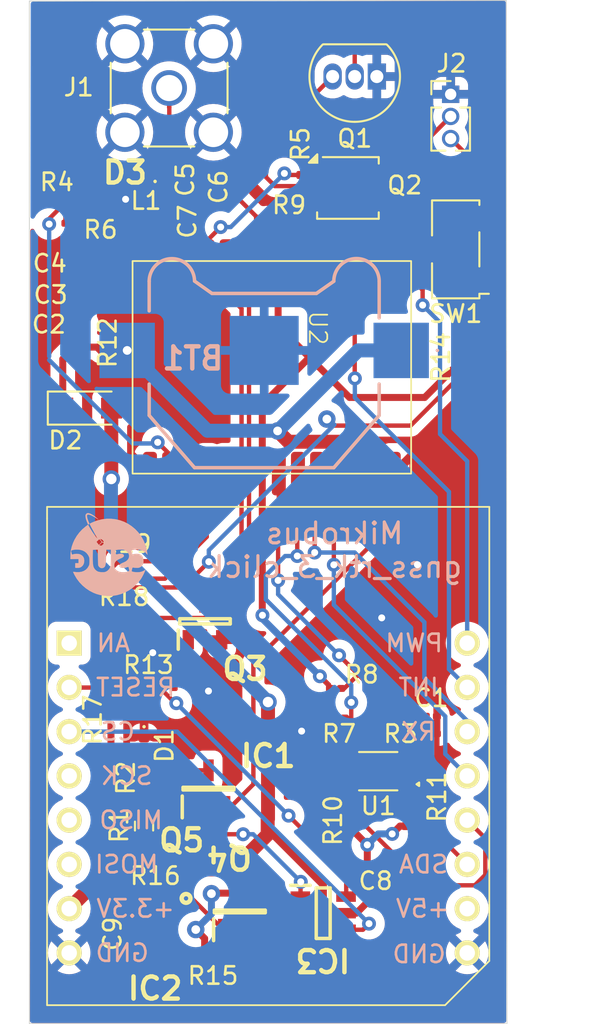
<source format=kicad_pcb>
(kicad_pcb (version 20240108) (generator "pcbnew") (generator_version "8.0")
  (title_block (title "Quectel LC29H Mikrobus V1") (date "2024-07-01") (company "(c) 2024 - Université Grenoble Alpes - Grenoble INP - LIG + CSUG") (comment 1 "Author : Jihane ZEMMOURA"))
  (layers (0 "F.Cu" signal) (31 "B.Cu" signal) (34 "B.Paste" user) (35 "F.Paste" user) (36 "B.SilkS" user "B.Silkscreen") (37 "F.SilkS" user "F.Silkscreen") (38 "B.Mask" user) (39 "F.Mask" user) (44 "Edge.Cuts" user))
  (net 0 "")
  (net 1 "GND")
  (net 2 "VCC")
  (net 5 "1PPS")
  (net 6 "TX1")
  (net 8 "CE_HOST")
  (net 9 "RX1")
  (net 10 "SCL")
  (net 11 "SDA")
  (net 13 "RST")
  (net 14 "WUP")
  (net 16 "CE")
  (net 17 "VDD_EXT")
  (net 18 "mSDA")
  (net 19 "mSCL")
  (net 20 "Net-(J1-In)")
  (net 21 "VDD_RF")
  (net 22 "VBCK")
  (net 23 "RF_IN")
  (net 24 "ANT_ON")
  (net 25 "Net-(J2-Pin_3)")
  (net 26 "Net-(J2-Pin_2)")
  (net 27 "Net-(C5-Pad1)")
  (net 28 "Net-(D1-A)")
  (net 29 "Net-(D2-K)")
  (net 30 "Net-(IC2-IO)")
  (net 34 "Net-(IC3-Y0)")
  (net 35 "Net-(Q1-B)")
  (net 36 "Net-(Q1-C)")
  (net 37 "Net-(Q2-D)")
  (net 38 "Net-(Q3-C)")
  (net 39 "Net-(Q3-B)")
  (net 40 "Net-(Q5-S)")
  (net 41 "Net-(R1-Pad2)")
  (net 42 "Net-(SW1-C)")
  (net 43 "Net-(U2-RXD2)")
  (net 44 "Net-(U2-TXD2)")
  (net 46 "Net-(SW1-B)")
  (footprint "MIKROE-924:MIKROE924" (layer "F.Cu") (at 126.093 75.221)
    (property "Reference" "IC1")
    (property "Value" "MIKROE-924" (hide yes))
  )
  (footprint "LED_SMD:LED_0402_1005Metric" (layer "F.Cu") (at 130.393 81.1085 -90)
    (property "Reference" "D1")
    (property "Value" "LED")
  )
  (footprint "Resistor_SMD:R_0201_0603Metric" (layer "F.Cu") (at 131.773 77.771)
    (property "Reference" "R13")
    (property "Value" "2.2k")
  )
  (footprint "Resistor_SMD:R_0201_0603Metric" (layer "F.Cu") (at 129.248 71.521 180)
    (property "Reference" "R18")
    (property "Value" "1k")
  )
  (footprint "DS28E36BQ+U:SON95P300X300X80-7N" (layer "F.Cu") (at 131.1295 91.747 -90)
    (property "Reference" "IC2")
    (property "Value" "DS28E36BQ+U" (hide yes))
  )
  (footprint "Diode_SMD:Nexperia_CFP3_SOD-123W" (layer "F.Cu") (at 127.1255 61.731)
    (property "Reference" "D2")
    (property "Value" "PMEG3010ER")
  )
  (footprint "Connector_PinHeader_1.27mm:PinHeader_1x03_P1.27mm_Vertical" (layer "F.Cu") (at 148.003 43.721)
    (property "Reference" "J2")
    (property "Value" "Conn_01x03_Pin")
  )
  (footprint "Capacitor_SMD:C_0201_0603Metric" (layer "F.Cu") (at 126.683 53.431 180)
    (property "Reference" "C4")
    (property "Value" "4.7u")
  )
  (footprint "Resistor_SMD:R_0201_0603Metric" (layer "F.Cu") (at 126.158 49.971)
    (property "Reference" "R4")
    (property "Value" "20k")
  )
  (footprint "Capacitor_SMD:C_0201_0603Metric" (layer "F.Cu") (at 126.728 56.931 180)
    (property "Reference" "C2")
    (property "Value" "33p")
  )
  (footprint "Package_SO:VSSOP-8_2.3x2mm_P0.5mm" (layer "F.Cu") (at 143.843 82.571 180)
    (property "Reference" "U1")
    (property "Value" "TXS0102DCU")
  )
  (footprint "Resistor_SMD:R_0201_0603Metric" (layer "F.Cu") (at 139.343 48.671 -90)
    (property "Reference" "R5")
    (property "Value" "10k")
  )
  (footprint "Resistor_SMD:R_0201_0603Metric" (layer "F.Cu") (at 126.728 58.231 180)
    (property "Reference" "R12")
    (property "Value" "1k")
  )
  (footprint "Package_SON:Diodes_PowerDI3333-8" (layer "F.Cu") (at 142.103 49.096)
    (property "Reference" "Q2")
    (property "Value" "DMP3013SFV")
  )
  (footprint "Resistor_SMD:R_0201_0603Metric" (layer "F.Cu") (at 134.193 93.221 180)
    (property "Reference" "R15")
    (property "Value" "3.3k")
  )
  (footprint "Capacitor_SMD:C_0201_0603Metric" (layer "F.Cu") (at 135.713 49.041 90)
    (property "Reference" "C6")
    (property "Value" "100p")
  )
  (footprint "Capacitor_SMD:C_0201_0603Metric" (layer "F.Cu") (at 131.833 51.026 -90)
    (property "Reference" "C7")
    (property "Value" "100p")
  )
  (footprint "Capacitor_SMD:C_0201_0603Metric" (layer "F.Cu") (at 126.728 55.231 180)
    (property "Reference" "C3")
    (property "Value" "100n")
  )
  (footprint "Resistor_SMD:R_0201_0603Metric" (layer "F.Cu") (at 148.493 58.821 90)
    (property "Reference" "R14")
    (property "Value" "39k")
  )
  (footprint "Capacitor_SMD:C_0201_0603Metric" (layer "F.Cu") (at 128.593 90.176 -90)
    (property "Reference" "C9")
    (property "Value" "0.47u")
  )
  (footprint "Button_Switch_SMD:Nidec_Copal_CAS-120A" (layer "F.Cu") (at 148.293 52.621 180)
    (property "Reference" "SW1")
    (property "Value" "SW_Nidec_CAS-120A1")
  )
  (footprint "Resistor_SMD:R_0201_0603Metric" (layer "F.Cu") (at 132.993 88.901 -90)
    (property "Reference" "R16")
    (property "Value" "1k")
  )
  (footprint "Resistor_SMD:R_0201_0603Metric" (layer "F.Cu") (at 146.893 80.421)
    (property "Reference" "R3")
    (property "Value" "120k")
  )
  (footprint "ESDARF02-1BU2CK:ESDARF021BU2CK" (layer "F.Cu") (at 131.627 48.721)
    (property "Reference" "D3")
    (property "Value" "ESDARF02-1BU2CK" (hide yes))
  )
  (footprint "Resistor_SMD:R_0201_0603Metric" (layer "F.Cu") (at 142.293 85.401 90)
    (property "Reference" "R10")
    (property "Value" "4.7k")
  )
  (footprint "Inductor_SMD:L_0201_0603Metric" (layer "F.Cu") (at 132.153 49.831 180)
    (property "Reference" "L1")
    (property "Value" "68n")
  )
  (footprint "Resistor_SMD:R_0201_0603Metric" (layer "F.Cu") (at 129.248 70.521 180)
    (property "Reference" "R19")
    (property "Value" "1k")
  )
  (footprint "Resistor_SMD:R_0201_0603Metric" (layer "F.Cu") (at 130.393 82.9585 90)
    (property "Reference" "R2")
    (property "Value" "470")
  )
  (footprint "Resistor_SMD:R_0603_1608Metric_Pad0.98x0.95mm_HandSolder" (layer "F.Cu") (at 130.393 85.721 90)
    (property "Reference" "R1")
    (property "Value" "0")
  )
  (footprint "Resistor_SMD:R_0201_0603Metric" (layer "F.Cu") (at 128.493 79.621 90)
    (property "Reference" "R17")
    (property "Value" "10k")
  )
  (footprint "Resistor_SMD:R_0201_0603Metric" (layer "F.Cu") (at 126.198 51.121)
    (property "Reference" "R6")
    (property "Value" "2k")
  )
  (footprint "Connector_Coaxial:SMA_Amphenol_901-144_Vertical" (layer "F.Cu") (at 131.833 43.361)
    (property "Reference" "J1")
    (property "Value" "Conn_Coaxial")
  )
  (footprint "Resistor_SMD:R_0201_0603Metric" (layer "F.Cu") (at 145.393 85.401 90)
    (property "Reference" "R11")
    (property "Value" "4.7k")
  )
  (footprint "Resistor_SMD:R_0201_0603Metric" (layer "F.Cu") (at 141.393 77.821)
    (property "Reference" "R8")
    (property "Value" "4.7k")
  )
  (footprint "Capacitor_SMD:C_0201_0603Metric" (layer "F.Cu") (at 133.603 49.046 90)
    (property "Reference" "C5")
    (property "Value" "100n")
  )
  (footprint "Capacitor_SMD:C_0201_0603Metric" (layer "F.Cu") (at 146.893 79.421)
    (property "Reference" "C1")
    (property "Value" "100n")
  )
  (footprint "74LVC1G3157GV_125:SOP95P275X110-6N" (layer "F.Cu") (at 140.683 90.721)
    (property "Reference" "IC3")
    (property "Value" "74LVC1G3157GV,125" (hide yes))
  )
  (footprint "Resistor_SMD:R_0201_0603Metric" (layer "F.Cu") (at 141.593 79.521)
    (property "Reference" "R7")
    (property "Value" "4.7k")
  )
  (footprint "Resistor_SMD:R_0201_0603Metric" (layer "F.Cu") (at 137.253 50.831 180)
    (property "Reference" "R9")
    (property "Value" "10")
  )
  (footprint "LC29H:LC29HEA" (layer "F.Cu") (at 137.733 59.391 -90)
    (property "Reference" "U2")
    (property "Value" "LC29H")
  )
  (footprint "Package_TO_SOT_THT:TO-92_Inline" (layer "F.Cu") (at 143.763 42.701 180)
    (property "Reference" "Q1")
    (property "Value" "PN2222A")
  )
  (footprint "BSS123L:SOT96P237X111-3N" (layer "F.Cu") (at 135.893 90.621 90)
    (property "Reference" "Q4")
    (property "Value" "BSS123L" (hide yes))
  )
  (footprint "BSS123L:SOT96P237X111-3N" (layer "F.Cu") (at 134.093 83.571 90)
    (property "Reference" "Q5")
    (property "Value" "BSS123L" (hide yes))
  )
  (footprint "BC856B-13-F:SOT96P240X110-3N" (layer "F.Cu") (at 133.893 73.971 90)
    (property "Reference" "Q3")
    (property "Value" "BC856B-13-F" (hide yes))
  )
  (footprint "Capacitor_SMD:C_0201_0603Metric" (layer "F.Cu") (at 143.693 89.921)
    (property "Reference" "C8")
    (property "Value" "100n")
  )
  (footprint "Logos-image:Image-Csug_6x6" (layer "B.Cu") (at 128.379 70.141 180)
    (property "Reference" "G***" (hide yes))
    (property "Value" "LOGO" (hide yes))
  )
  (footprint "3000TR:3000TR" (layer "B.Cu") (at 137.293 59.145 180)
    (property "Reference" "BT1")
    (property "Value" "3000TR" (hide yes))
  )
  (gr_line (start 151.1995 38.3335) (end 123.8065 38.3685) (stroke (width 0.05)) (layer "Edge.Cuts"))
  (gr_line (start 151.239 97.065) (end 151.1995 38.3335) (stroke (width 0.05)) (layer "Edge.Cuts"))
  (gr_line (start 123.8065 38.3685) (end 123.807 97.065) (stroke (width 0.05)) (layer "Edge.Cuts"))
  (gr_line (start 123.807 97.065) (end 151.239 97.065) (stroke (width 0.05)) (layer "Edge.Cuts"))
  (gr_text "GND" (at 146.193 93.071 0) (layer "B.SilkS") (effects (font (size 1 1)) (justify mirror)))
  (gr_text "CS" (at 128.887 80.301 0) (layer "B.SilkS") (effects (font (size 1 1)) (justify mirror)))
  (gr_text "PWM" (at 145.905 75.221 0) (layer "B.SilkS") (effects (font (size 1 1)) (justify mirror)))
  (gr_text "INT" (at 146.159 77.761 0) (layer "B.SilkS") (effects (font (size 1 1)) (justify mirror)))
  (gr_text "MISO" (at 129.649 85.381 0) (layer "B.SilkS") (effects (font (size 1 1)) (justify mirror)))
  (gr_text "MOSI" (at 129.395 87.921 0) (layer "B.SilkS") (effects (font (size 1 1)) (justify mirror)))
  (gr_text "AN" (at 128.633 75.221 0) (layer "B.SilkS") (effects (font (size 1 1)) (justify mirror)))
  (gr_text "+5V" (at 146.393 90.461 0) (layer "B.SilkS") (effects (font (size 1 1)) (justify mirror)))
  (gr_text "SCK" (at 129.395 82.841 0) (layer "B.SilkS") (effects (font (size 1 1)) (justify mirror)))
  (gr_text "RX" (at 146.159 80.301 0) (layer "B.SilkS") (effects (font (size 1 1)) (justify mirror)))
  (gr_text "Mikrobus\ngnss_rtk_3_click" (at 141.333 69.887 0) (layer "B.SilkS") (effects (font (size 1.2 1.2) (thickness 0.18)) (justify mirror)))
  (gr_text "GND" (at 129.141 93.001 0) (layer "B.SilkS") (effects (font (size 1 1)) (justify mirror)))
  (gr_text "RESET" (at 129.903 77.761 0) (layer "B.SilkS") (effects (font (size 1 1)) (justify mirror)))
  (gr_text "SDA" (at 146.443 87.921 0) (layer "B.SilkS") (effects (font (size 1 1)) (justify mirror)))
  (gr_text "+3.3V" (at 129.903 90.461 0) (layer "B.SilkS") (effects (font (size 1 1)) (justify mirror)))
  (segment (start 147.213 80.421) (end 147.213 79.421) (width 0.4) (layer "F.Cu") (net 1))
  (segment (start 132.943 53.346) (end 132.943 55.796) (width 0.4) (layer "F.Cu") (net 1))
  (segment (start 140.693 91.421) (end 140.693 92.171) (width 0.4) (layer "F.Cu") (net 1))
  (segment (start 134.413 48.341) (end 134 48.341) (width 0.2) (layer "F.Cu") (net 1))
  (segment (start 134 48.341) (end 133.613 48.728) (width 0.2) (layer "F.Cu") (net 1))
  (segment (start 146.443 82.821) (end 145.393 82.821) (width 0.3) (layer "F.Cu") (net 1))
  (segment (start 126.408 56.931) (end 125.778 56.931) (width 0.4) (layer "F.Cu") (net 1))
  (segment (start 147.213 80.421) (end 147.213 82.051) (width 0.3) (layer "F.Cu") (net 1))
  (segment (start 131.36 48.711) (end 130.626 48.711) (width 0.2) (layer "F.Cu") (net 1))
  (segment (start 144.013 89.921) (end 144.693 89.921) (width 0.4) (layer "F.Cu") (net 1))
  (segment (start 130.1795 90.797) (end 131.1295 91.747) (width 0.4) (layer "F.Cu") (net 1))
  (segment (start 130.1795 90.247) (end 130.1795 90.797) (width 0.4) (layer "F.Cu") (net 1))
  (segment (start 135.723 48.201) (end 135.723 48.718) (width 0.2) (layer "F.Cu") (net 1))
  (segment (start 147.213 79.421) (end 147.213 78.641) (width 0.4) (layer "F.Cu") (net 1))
  (segment (start 147.213 78.641) (end 147.193 78.621) (width 0.4) (layer "F.Cu") (net 1))
  (segment (start 147.213 82.051) (end 146.443 82.821) (width 0.3) (layer "F.Cu") (net 1))
  (segment (start 139.983 90.721) (end 140.683 91.421) (width 0.4) (layer "F.Cu") (net 1))
  (segment (start 139.381 90.721) (end 139.993 90.721) (width 0.4) (layer "F.Cu") (net 1))
  (segment (start 126.408 55.231) (end 125.728 55.231) (width 0.4) (layer "F.Cu") (net 1))
  (via (at 130.893 75.771) (size 0.8) (drill 0.4) (layers "F.Cu" "B.Cu") (net 1))
  (via (at 146.093 70.721) (size 0.8) (drill 0.4) (layers "F.Cu" "B.Cu") (net 1))
  (via (at 144.043 73.771) (size 0.8) (drill 0.4) (layers "F.Cu" "B.Cu") (net 1))
  (via (at 129.333 49.746) (size 0.8) (drill 0.4) (layers "F.Cu" "B.Cu") (net 1))
  (via (at 134.093 77.971) (size 0.8) (drill 0.4) (layers "F.Cu" "B.Cu") (net 1))
  (via (at 139.443 80.271) (size 0.8) (drill 0.4) (layers "F.Cu" "B.Cu") (net 1))
  (segment (start 137.513 85.301) (end 137.493 85.321) (width 0.8) (layer "F.Cu") (net 2))
  (segment (start 135.893 89.571) (end 134.293 89.571) (width 0.4) (layer "F.Cu") (net 2))
  (segment (start 131.903 85.1235) (end 130.393 86.6335) (width 0.25) (layer "F.Cu") (net 2))
  (segment (start 126.093 90.461) (end 128.343 88.211) (width 0.8) (layer "F.Cu") (net 2))
  (segment (start 142.293 85.721) (end 142.092116 85.721) (width 0.3) (layer "F.Cu") (net 2))
  (segment (start 133.193 93.247) (end 132.0795 93.247) (width 0.4) (layer "F.Cu") (net 2))
  (segment (start 128.343 88.211) (end 130.393 88.211) (width 0.8) (layer "F.Cu") (net 2))
  (segment (start 141.293 83.111) (end 141.583 82.821) (width 0.3) (layer "F.Cu") (net 2))
  (segment (start 143.214488 86.799511) (end 143.293 86.878023) (width 0.4) (layer "F.Cu") (net 2))
  (segment (start 143.214488 86.799511) (end 142.293 85.878023) (width 0.4) (layer "F.Cu") (net 2))
  (segment (start 137.493 85.321) (end 137.493 86.206) (width 0.8) (layer "F.Cu") (net 2))
  (segment (start 143.214488 86.799511) (end 143.214488 89.762488) (width 0.4) (layer "F.Cu") (net 2))
  (segment (start 130.393 86.6335) (end 130.393 88.211) (width 0.8) (layer "F.Cu") (net 2))
  (segment (start 144.643 86.171) (end 145.093 85.721) (width 0.4) (layer "F.Cu") (net 2))
  (segment (start 128.593 88.461) (end 129.093 87.961) (width 0.25) (layer "F.Cu") (net 2))
  (segment (start 142.589913 90.721) (end 141.2925 90.721) (width 0.4) (layer "F.Cu") (net 2))
  (segment (start 145.093 85.721) (end 145.393 85.721) (width 0.4) (layer "F.Cu") (net 2))
  (segment (start 133.873 93.221) (end 133.847 93.247) (width 0.4) (layer "F.Cu") (net 2))
  (segment (start 137.513 78.601) (end 137.513 85.301) (width 0.8) (layer "F.Cu") (net 2))
  (segment (start 128.513 61.7435) (end 128.5255 61.731) (width 0.8) (layer "F.Cu") (net 2))
  (segment (start 133.363 91.661) (end 133.873 92.171) (width 0.4) (layer "F.Cu") (net 2))
  (segment (start 141.2925 90.721) (end 140.693 90.1215) (width 0.4) (layer "F.Cu") (net 2))
  (segment (start 134.293 89.571) (end 134.263 89.601) (width 0.8) (layer "F.Cu") (net 2))
  (segment (start 141.293 84.921884) (end 141.293 83.111) (width 0.3) (layer "F.Cu") (net 2))
  (segment (start 140.693 89.117913) (end 137.781087 86.206) (width 0.4) (layer "F.Cu") (net 2))
  (segment (start 143.293 90.017913) (end 142.589913 90.721) (width 0.4) (layer "F.Cu") (net 2))
  (segment (start 128.513 65.801) (end 128.513 61.7435) (width 0.8) (layer "F.Cu") (net 2))
  (segment (start 131.903 83.551) (end 131.903 85.1235) (width 0.25) (layer "F.Cu") (net 2))
  (segment (start 133.873 92.171) (end 133.873 93.221) (width 0.4) (layer "F.Cu") (net 2))
  (segment (start 135.893 89.571) (end 135.893 88.616) (width 0.4) (layer "F.Cu") (net 2))
  (segment (start 128.593 88.461) (end 128.343 88.211) (width 0.25) (layer "F.Cu") (net 2))
  (segment (start 132.933 82.521) (end 134.093 82.521) (width 0.25) (layer "F.Cu") (net 2))
  (segment (start 128.593 88.621) (end 128.593 88.461) (width 0.25) (layer "F.Cu") (net 2))
  (segment (start 137.781087 86.206) (end 137.493 86.206) (width 0.4) (layer "F.Cu") (net 2))
  (segment (start 143.214488 89.762488) (end 143.373 89.921) (width 0.4) (layer "F.Cu") (net 2))
  (segment (start 137.493 86.206) (end 135.488 88.211) (width 0.8) (layer "F.Cu") (net 2))
  (segment (start 128.493 87.961) (end 128.493 79.941) (width 0.4) (layer "F.Cu") (net 2))
  (segment (start 130.393 88.211) (end 135.488 88.211) (width 0.8) (layer "F.Cu") (net 2))
  (segment (start 129.093 87.961) (end 128.493 87.961) (width 0.4) (layer "F.Cu") (net 2))
  (segment (start 131.903 83.551) (end 132.933 82.521) (width 0.25) (layer "F.Cu") (net 2))
  (segment (start 135.893 88.616) (end 135.488 88.211) (width 0.4) (layer "F.Cu") (net 2))
  (segment (start 141.583 82.821) (end 142.293 82.821) (width 0.3) (layer "F.Cu") (net 2))
  (segment (start 142.092116 85.721) (end 141.293 84.921884) (width 0.3) (layer "F.Cu") (net 2))
  (segment (start 128.593 89.771) (end 128.593 88.621) (width 0.4) (layer "F.Cu") (net 2))
  (segment (start 133.847 93.247) (end 133.193 93.247) (width 0.4) (layer "F.Cu") (net 2))
  (segment (start 142.293 85.878023) (end 142.293 85.721) (width 0.4) (layer "F.Cu") (net 2))
  (segment (start 140.693 90.1215) (end 140.693 89.117913) (width 0.4) (layer "F.Cu") (net 2))
  (via (at 128.513 65.801) (size 1) (drill 0.6) (layers "F.Cu" "B.Cu") (net 2))
  (via (at 133.363 91.661) (size 1) (drill 0.5) (layers "F.Cu" "B.Cu") (net 2))
  (via (at 137.513 78.601) (size 1) (drill 0.6) (layers "F.Cu" "B.Cu") (net 2))
  (via (at 134.263 89.601) (size 1) (drill 0.5) (layers "F.Cu" "B.Cu") (net 2))
  (via (at 143.214488 86.799511) (size 0.8) (drill 0.4) (layers "F.Cu" "B.Cu") (net 2))
  (via (at 144.643 86.171) (size 0.8) (drill 0.4) (layers "F.Cu" "B.Cu") (net 2))
  (segment (start 128.493 65.821) (end 128.513 65.801) (width 0.8) (layer "B.Cu") (net 2))
  (segment (start 137.513 78.601) (end 128.493 69.581) (width 0.8) (layer "B.Cu") (net 2))
  (segment (start 134.263 89.601) (end 134.263 90.761) (width 0.4) (layer "B.Cu") (net 2))
  (segment (start 144.643 86.171) (end 143.842999 86.171) (width 0.4) (layer "B.Cu") (net 2))
  (segment (start 134.263 90.761) (end 133.363 91.661) (width 0.4) (layer "B.Cu") (net 2))
  (segment (start 143.842999 86.171) (end 143.214488 86.799511) (width 0.4) (layer "B.Cu") (net 2))
  (segment (start 128.493 69.581) (end 128.493 65.821) (width 0.8) (layer "B.Cu") (net 2))
  (segment (start 142.533 55.181) (end 142.533 53.291) (width 0.25) (layer "F.Cu") (net 5))
  (segment (start 142.500107 60.028107) (end 142.493 60.021) (width 0.25) (layer "F.Cu") (net 5))
  (segment (start 142.493 60.021) (end 142.493 55.221) (width 0.25) (layer "F.Cu") (net 5))
  (segment (start 142.493 55.221) (end 142.533 55.181) (width 0.25) (layer "F.Cu") (net 5))
  (via (at 142.500107 60.028107) (size 0.8) (drill 0.4) (layers "F.Cu" "B.Cu") (net 5))
  (segment (start 142.500107 60.028107) (end 142.500107 61.128107) (width 0.25) (layer "B.Cu") (net 5))
  (segment (start 142.500107 61.128107) (end 147.9055 66.5335) (width 0.25) (layer "B.Cu") (net 5))
  (segment (start 147.9055 76.7135) (end 148.953 77.761) (width 0.25) (layer "B.Cu") (net 5))
  (segment (start 147.9055 66.5335) (end 147.9055 76.7135) (width 0.25) (layer "B.Cu") (net 5))
  (segment (start 140.193 65.826) (end 140.333 65.826) (width 0.25) (layer "F.Cu") (net 6))
  (segment (start 140.193 70.021) (end 140.193 65.826) (width 0.25) (layer "F.Cu") (net 6))
  (via (at 140.193 70.021) (size 0.8) (drill 0.4) (layers "F.Cu" "B.Cu") (net 6))
  (segment (start 142.493 70.021) (end 146.493 74.021) (width 0.25) (layer "B.Cu") (net 6))
  (segment (start 146.493 74.021) (end 146.493 77.221) (width 0.25) (layer "B.Cu") (net 6))
  (segment (start 148.953 79.681) (end 148.953 80.301) (width 0.25) (layer "B.Cu") (net 6))
  (segment (start 140.193 70.021) (end 142.493 70.021) (width 0.25) (layer "B.Cu") (net 6))
  (segment (start 146.493 77.221) (end 148.953 79.681) (width 0.25) (layer "B.Cu") (net 6))
  (segment (start 142.963 91.671) (end 142.005 91.671) (width 0.25) (layer "F.Cu") (net 8))
  (segment (start 143.313 91.321) (end 142.963 91.671) (width 0.25) (layer "F.Cu") (net 8))
  (via (at 143.313 91.321) (size 0.8) (drill 0.4) (layers "F.Cu" "B.Cu") (net 8))
  (segment (start 132.293 80.301) (end 126.093 80.301) (width 0.25) (layer "B.Cu") (net 8))
  (segment (start 143.313 91.321) (end 132.293 80.301) (width 0.25) (layer "B.Cu") (net 8))
  (segment (start 141.293 70.726) (end 141.293 65.831108) (width 0.25) (layer "F.Cu") (net 9))
  (via (at 141.293 70.726) (size 0.8) (drill 0.4) (layers "F.Cu" "B.Cu") (net 9))
  (segment (start 147.693 81.581) (end 148.953 82.841) (width 0.25) (layer "B.Cu") (net 9))
  (segment (start 141.293 70.726) (end 141.293 73.021) (width 0.25) (layer "B.Cu") (net 9))
  (segment (start 141.293 73.021) (end 147.693 79.421) (width 0.25) (layer "B.Cu") (net 9))
  (segment (start 147.693 79.421) (end 147.693 81.581) (width 0.25) (layer "B.Cu") (net 9))
  (segment (start 142.492999 85.081) (end 146.532999 89.121) (width 0.25) (layer "F.Cu") (net 10))
  (segment (start 149.393 89.121) (end 149.993 88.521) (width 0.25) (layer "F.Cu") (net 10))
  (segment (start 142.293 83.321) (end 142.293 85.081) (width 0.25) (layer "F.Cu") (net 10))
  (segment (start 142.293 85.081) (end 142.492999 85.081) (width 0.25) (layer "F.Cu") (net 10))
  (segment (start 146.532999 89.121) (end 149.393 89.121) (width 0.25) (layer "F.Cu") (net 10))
  (segment (start 149.993 86.421) (end 148.953 85.381) (width 0.25) (layer "F.Cu") (net 10))
  (segment (start 149.993 88.521) (end 149.993 86.421) (width 0.25) (layer "F.Cu") (net 10))
  (segment (start 145.393 85.081) (end 146.113 85.081) (width 0.25) (layer "F.Cu") (net 11))
  (segment (start 145.393 83.321) (end 145.393 85.081) (width 0.25) (layer "F.Cu") (net 11))
  (segment (start 146.113 85.081) (end 148.953 87.921) (width 0.25) (layer "F.Cu") (net 11))
  (segment (start 132.183416 78.666944) (end 131.453 77.936528) (width 0.25) (layer "F.Cu") (net 13))
  (segment (start 132.247056 78.666944) (end 132.183416 78.666944) (width 0.25) (layer "F.Cu") (net 13))
  (segment (start 131.453 77.771) (end 129.093 77.771) (width 0.25) (layer "F.Cu") (net 13))
  (segment (start 138.693 85.121) (end 142.005 88.433) (width 0.25) (layer "F.Cu") (net 13))
  (segment (start 131.453 77.936528) (end 131.453 77.771) (width 0.25) (layer "F.Cu") (net 13))
  (segment (start 142.005 88.433) (end 142.005 89.771) (width 0.25) (layer "F.Cu") (net 13))
  (segment (start 128.493 79.301) (end 128.493 77.771) (width 0.25) (layer "F.Cu") (net 13))
  (segment (start 128.493 77.771) (end 129.093 77.771) (width 0.25) (layer "F.Cu") (net 13))
  (segment (start 129.093 77.771) (end 126.103 77.771) (width 0.25) (layer "F.Cu") (net 13))
  (via (at 132.247056 78.666944) (size 0.8) (drill 0.4) (layers "F.Cu" "B.Cu") (net 13))
  (via (at 138.693 85.121) (size 0.8) (drill 0.4) (layers "F.Cu" "B.Cu") (net 13))
  (segment (start 138.693 85.112888) (end 132.247056 78.666944) (width 0.25) (layer "B.Cu") (net 13))
  (segment (start 138.693 85.121) (end 138.693 85.112888) (width 0.25) (layer "B.Cu") (net 13))
  (segment (start 146.393 55.821) (end 146.393 54.951) (width 0.25) (layer "F.Cu") (net 14))
  (segment (start 146.393 54.951) (end 144.733 53.291) (width 0.25) (layer "F.Cu") (net 14))
  (via (at 146.393 55.821) (size 0.8) (drill 0.4) (layers "F.Cu" "B.Cu") (net 14))
  (segment (start 148.953 64.781) (end 148.953 75.221) (width 0.25) (layer "B.Cu") (net 14))
  (segment (start 147.393 56.821) (end 147.393 63.221) (width 0.25) (layer "B.Cu") (net 14))
  (segment (start 147.393 63.221) (end 148.953 64.781) (width 0.25) (layer "B.Cu") (net 14))
  (segment (start 146.393 55.821) (end 147.393 56.821) (width 0.25) (layer "B.Cu") (net 14))
  (segment (start 136.083 86.191) (end 134.708 86.191) (width 0.25) (layer "F.Cu") (net 16))
  (segment (start 134.708 86.191) (end 133.138 84.621) (width 0.25) (layer "F.Cu") (net 16))
  (segment (start 139.381 88.933) (end 139.393 88.921) (width 0.25) (layer "F.Cu") (net 16))
  (segment (start 139.381 89.771) (end 139.381 88.933) (width 0.25) (layer "F.Cu") (net 16))
  (via (at 136.083 86.191) (size 0.8) (drill 0.4) (layers "F.Cu" "B.Cu") (net 16))
  (via (at 139.393 88.921) (size 0.8) (drill 0.4) (layers "F.Cu" "B.Cu") (net 16))
  (segment (start 139.393 88.921) (end 139.393 88.821) (width 0.25) (layer "B.Cu") (net 16))
  (segment (start 136.663 86.191) (end 136.083 86.191) (width 0.25) (layer "B.Cu") (net 16))
  (segment (start 139.393 88.921) (end 136.663 86.191) (width 0.25) (layer "B.Cu") (net 16))
  (segment (start 139.893 58.821) (end 142.193 61.121) (width 0.4) (layer "F.Cu") (net 17))
  (segment (start 141.273 79.521) (end 140.993 79.521) (width 0.25) (layer "F.Cu") (net 17))
  (segment (start 145.393 82.321) (end 146.053 82.321) (width 0.25) (layer "F.Cu") (net 17))
  (segment (start 146.053 82.321) (end 146.573 81.801) (width 0.25) (layer "F.Cu") (net 17))
  (segment (start 137.193 73.621) (end 137.183458 73.611458) (width 0.4) (layer "F.Cu") (net 17))
  (segment (start 141.493 82.321) (end 140.993 81.821) (width 0.3) (layer "F.Cu") (net 17))
  (segment (start 140.993 81.821) (end 140.993 79.521) (width 0.3) (layer "F.Cu") (net 17))
  (segment (start 146.513 61.121) (end 148.493 59.141) (width 0.4) (layer "F.Cu") (net 17))
  (segment (start 138.093 55.121) (end 138.133 55.081) (width 0.4) (layer "F.Cu") (net 17))
  (segment (start 138.133 55.081) (end 138.133 53.291) (width 0.4) (layer "F.Cu") (net 17))
  (segment (start 138.093 55.121) (end 138.093 57.021) (width 0.4) (layer "F.Cu") (net 17))
  (segment (start 142.293 82.321) (end 145.393 82.321) (width 0.25) (layer "F.Cu") (net 17))
  (segment (start 137.183458 73.611458) (end 137.183458 61.530542) (width 0.4) (layer "F.Cu") (net 17))
  (segment (start 140.493 77.121) (end 140.993 77.621) (width 0.3) (layer "F.Cu") (net 17))
  (segment (start 146.573 81.801) (end 146.573 79.421) (width 0.25) (layer "F.Cu") (net 17))
  (segment (start 138.093 57.021) (end 139.893 58.821) (width 0.4) (layer "F.Cu") (net 17))
  (segment (start 142.293 82.321) (end 141.493 82.321) (width 0.3) (layer "F.Cu") (net 17))
  (segment (start 142.193 61.121) (end 146.513 61.121) (width 0.4) (layer "F.Cu") (net 17))
  (segment (start 137.183458 61.530542) (end 139.893 58.821) (width 0.4) (layer "F.Cu") (net 17))
  (segment (start 140.993 77.621) (end 140.993 79.521) (width 0.3) (layer "F.Cu") (net 17))
  (via (at 137.193 73.621) (size 0.8) (drill 0.4) (layers "F.Cu" "B.Cu") (net 17))
  (via (at 140.493 77.121) (size 0.8) (drill 0.4) (layers "F.Cu" "B.Cu") (net 17))
  (segment (start 140.493 77.121) (end 137.193 73.821) (width 0.4) (layer "B.Cu") (net 17))
  (segment (start 137.193 73.821) (end 137.193 73.621) (width 0.4) (layer "B.Cu") (net 17))
  (segment (start 138.093 67.321) (end 138.133 67.281) (width 0.25) (layer "F.Cu") (net 18))
  (segment (start 142.693 77.021) (end 142.793 77.121) (width 0.25) (layer "F.Cu") (net 18))
  (segment (start 141.713 77.821) (end 141.893 77.821) (width 0.25) (layer "F.Cu") (net 18))
  (segment (start 138.093 71.621) (end 138.093 67.321) (width 0.25) (layer "F.Cu") (net 18))
  (segment (start 141.893 77.821) (end 142.693 77.021) (width 0.25) (layer "F.Cu") (net 18))
  (segment (start 145.393 79.721) (end 145.393 81.821) (width 0.25) (layer "F.Cu") (net 18))
  (segment (start 138.133 67.281) (end 138.133 65.491) (width 0.25) (layer "F.Cu") (net 18))
  (segment (start 141.593 75.921) (end 142.793 77.121) (width 0.25) (layer "F.Cu") (net 18))
  (segment (start 142.793 77.121) (end 145.393 79.721) (width 0.25) (layer "F.Cu") (net 18))
  (via (at 141.593 75.921) (size 0.8) (drill 0.4) (layers "F.Cu" "B.Cu") (net 18))
  (via (at 138.093 71.621) (size 0.8) (drill 0.4) (layers "F.Cu" "B.Cu") (net 18))
  (segment (start 141.593 75.921) (end 138.093 72.421) (width 0.25) (layer "B.Cu") (net 18))
  (segment (start 138.093 72.421) (end 138.093 71.621) (width 0.25) (layer "B.Cu") (net 18))
  (segment (start 141.913 79.521) (end 142.293 79.521) (width 0.25) (layer "F.Cu") (net 19))
  (segment (start 142.293 78.621) (end 142.293 79.521) (width 0.25) (layer "F.Cu") (net 19))
  (segment (start 139.233 67.281) (end 139.233 65.491) (width 0.25) (layer "F.Cu") (net 19))
  (segment (start 142.293 81.821) (end 142.293 79.521) (width 0.25) (layer "F.Cu") (net 19))
  (segment (start 139.193 70.221) (end 139.193 67.321) (width 0.25) (layer "F.Cu") (net 19))
  (segment (start 139.193 67.321) (end 139.233 67.281) (width 0.25) (layer "F.Cu") (net 19))
  (via (at 142.293 78.621) (size 0.8) (drill 0.4) (layers "F.Cu" "B.Cu") (net 19))
  (via (at 139.193 70.221) (size 0.8) (drill 0.4) (layers "F.Cu" "B.Cu") (net 19))
  (segment (start 137.388 71.328979) (end 138.495979 70.221) (width 0.25) (layer "B.Cu") (net 19))
  (segment (start 142.293 77.621) (end 137.388 72.716) (width 0.25) (layer "B.Cu") (net 19))
  (segment (start 138.495979 70.221) (end 139.193 70.221) (width 0.25) (layer "B.Cu") (net 19))
  (segment (start 142.293 78.621) (end 142.293 77.621) (width 0.25) (layer "B.Cu") (net 19))
  (segment (start 137.388 72.716) (end 137.388 71.328979) (width 0.25) (layer "B.Cu") (net 19))
  (segment (start 131.833 43.361) (end 131.833 44.461) (width 0.25) (layer "F.Cu") (net 20))
  (segment (start 131.833 44.461) (end 131.843 44.471) (width 0.25) (layer "F.Cu") (net 20))
  (segment (start 131.746 43.628) (end 131.793 43.581) (width 0.25) (layer "F.Cu") (net 20))
  (segment (start 131.843 48.714) (end 131.836 48.721) (width 0.25) (layer "F.Cu") (net 20))
  (segment (start 131.746 44.074) (end 131.733 44.061) (width 0.25) (layer "F.Cu") (net 20))
  (segment (start 131.836 49.828) (end 131.836 48.721) (width 0.25) (layer "F.Cu") (net 20))
  (segment (start 131.843 44.471) (end 131.843 48.714) (width 0.25) (layer "F.Cu") (net 20))
  (segment (start 131.833 50.706) (end 131.833 49.831) (width 0.25) (layer "F.Cu") (net 20))
  (segment (start 131.833 49.831) (end 131.836 49.828) (width 0.25) (layer "F.Cu") (net 20))
  (segment (start 131.843 43.841) (end 131.843 44.471) (width 0.25) (layer "F.Cu") (net 20))
  (segment (start 140.603 49.421) (end 140.603 48.771) (width 0.25) (layer "F.Cu") (net 21))
  (segment (start 140.603 48.121) (end 139.573 48.121) (width 0.25) (layer "F.Cu") (net 21))
  (segment (start 139.573 48.121) (end 139.343 48.351) (width 0.25) (layer "F.Cu") (net 21))
  (segment (start 138.543 48.351) (end 138.453 48.261) (width 0.25) (layer "F.Cu") (net 21))
  (segment (start 134.793 51.341) (end 134.033 52.101) (width 0.25) (layer "F.Cu") (net 21))
  (segment (start 139.343 48.351) (end 138.543 48.351) (width 0.25) (layer "F.Cu") (net 21))
  (segment (start 134.033 52.101) (end 134.033 53.291) (width 0.25) (layer "F.Cu") (net 21))
  (segment (start 140.603 48.771) (end 140.603 48.121) (width 0.25) (layer "F.Cu") (net 21))
  (via (at 138.453 48.261) (size 0.8) (drill 0.4) (layers "F.Cu" "B.Cu") (net 21))
  (via (at 134.793 51.341) (size 0.8) (drill 0.4) (layers "F.Cu" "B.Cu") (net 21))
  (segment (start 135.373 51.341) (end 134.793 51.341) (width 0.25) (layer "B.Cu") (net 21))
  (segment (start 138.453 48.261) (end 135.373 51.341) (width 0.25) (layer "B.Cu") (net 21))
  (segment (start 127.028 56.831) (end 127.028 53.431) (width 0.3) (layer "F.Cu") (net 22))
  (segment (start 141.961628 63.661) (end 138.683 63.661) (width 0.8) (layer "F.Cu") (net 22))
  (segment (start 142.533 65.491) (end 142.533 64.232372) (width 0.8) (layer "F.Cu") (net 22))
  (segment (start 142.533 64.232372) (end 141.961628 63.661) (width 0.8) (layer "F.Cu") (net 22))
  (segment (start 129.348 58.461) (end 127.918 58.461) (width 0.4) (layer "F.Cu") (net 22))
  (segment (start 127.003 56.856) (end 127.028 56.831) (width 0.3) (layer "F.Cu") (net 22))
  (segment (start 138.683 63.661) (end 138.063 63.041) (width 0.8) (layer "F.Cu") (net 22))
  (segment (start 127.918 58.461) (end 127.688 58.231) (width 0.4) (layer "F.Cu") (net 22))
  (segment (start 127.048 58.211) (end 127.048 56.976) (width 0.25) (layer "F.Cu") (net 22))
  (segment (start 127.688 58.231) (end 127.048 58.231) (width 0.4) (layer "F.Cu") (net 22))
  (via (at 129.423 58.421) (size 1) (drill 0.5) (layers "F.Cu" "B.Cu") (net 22))
  (via (at 138.063 63.041) (size 1) (drill 0.5) (layers "F.Cu" "B.Cu") (net 22))
  (segment (start 142.693 58.421) (end 145.163 58.421) (width 0.8) (layer "B.Cu") (net 22))
  (segment (start 138.083458 63.030542) (end 142.693 58.421) (width 0.8) (layer "B.Cu") (net 22))
  (segment (start 138.083458 63.030542) (end 134.032542 63.030542) (width 0.8) (layer "B.Cu") (net 22))
  (segment (start 134.032542 63.030542) (end 129.423 58.421) (width 0.8) (layer "B.Cu") (net 22))
  (segment (start 131.833 51.346) (end 131.833 53.291) (width 0.25) (layer "F.Cu") (net 23))
  (segment (start 131.793 65.691) (end 131.673 65.571) (width 0.25) (layer "F.Cu") (net 24))
  (segment (start 131.177101 63.696885) (end 131.833 64.352784) (width 0.25) (layer "F.Cu") (net 24))
  (segment (start 124.943 50.866) (end 125.838 49.971) (width 0.25) (layer "F.Cu") (net 24))
  (segment (start 131.833 64.352784) (end 131.833 65.491) (width 0.25) (layer "F.Cu") (net 24))
  (segment (start 124.943 51.171) (end 124.943 50.866) (width 0.25) (layer "F.Cu") (net 24))
  (via (at 131.177101 63.696885) (size 0.8) (drill 0.4) (layers "F.Cu" "B.Cu") (net 24))
  (via (at 124.943 51.171) (size 0.8) (drill 0.4) (layers "F.Cu" "B.Cu") (net 24))
  (segment (start 131.112986 63.761) (end 131.177101 63.696885) (width 0.25) (layer "B.Cu") (net 24))
  (segment (start 124.943 58.971) (end 129.733 63.761) (width 0.25) (layer "B.Cu") (net 24))
  (segment (start 124.943 58.761) (end 124.943 51.171) (width 0.25) (layer "B.Cu") (net 24))
  (segment (start 129.733 63.761) (end 131.112986 63.761) (width 0.25) (layer "B.Cu") (net 24))
  (segment (start 150.548 57.891528) (end 145.703528 62.736) (width 0.25) (layer "F.Cu") (net 25))
  (segment (start 128.928 71.686528) (end 128.928 71.521) (width 0.25) (layer "F.Cu") (net 25))
  (segment (start 141.268 62.736) (end 140.893 62.361) (width 0.25) (layer "F.Cu") (net 25))
  (segment (start 134.113 70.551) (end 132.638 72.026) (width 0.25) (layer "F.Cu") (net 25))
  (segment (start 145.703528 62.736) (end 141.268 62.736) (width 0.25) (layer "F.Cu") (net 25))
  (segment (start 150.548 48.806) (end 150.548 57.891528) (width 0.25) (layer "F.Cu") (net 25))
  (segment (start 132.638 72.026) (end 129.267472 72.026) (width 0.25) (layer "F.Cu") (net 25))
  (segment (start 148.003 46.261) (end 150.548 48.806) (width 0.25) (layer "F.Cu") (net 25))
  (segment (start 129.267472 72.026) (end 128.928 71.686528) (width 0.25) (layer "F.Cu") (net 25))
  (via (at 134.113 70.551) (size 0.8) (drill 0.4) (layers "F.Cu" "B.Cu") (net 25))
  (via (at 140.893 62.361) (size 1) (drill 0.5) (layers "F.Cu" "B.Cu") (net 25))
  (segment (start 141.323 62.681) (end 134.113 69.891) (width 0.25) (layer "B.Cu") (net 25))
  (segment (start 134.113 69.891) (end 134.113 70.551) (width 0.25) (layer "B.Cu") (net 25))
  (segment (start 144.843 48.151) (end 144.843 50.631) (width 0.25) (layer "F.Cu") (net 26))
  (segment (start 136.423 52.911) (end 136.423 71.876) (width 0.25) (layer "F.Cu") (net 26))
  (segment (start 128.243 71.641528) (end 128.243 71.206) (width 0.25) (layer "F.Cu") (net 26))
  (segment (start 144.193 51.281) (end 138.053 51.281) (width 0.25) (layer "F.Cu") (net 26))
  (segment (start 138.053 51.281) (end 136.423 52.911) (width 0.25) (layer "F.Cu") (net 26))
  (segment (start 134.523 73.776) (end 130.377472 73.776) (width 0.25) (layer "F.Cu") (net 26))
  (segment (start 128.243 71.206) (end 128.928 70.521) (width 0.25) (layer "F.Cu") (net 26))
  (segment (start 144.843 50.631) (end 144.193 51.281) (width 0.25) (layer "F.Cu") (net 26))
  (segment (start 136.423 71.876) (end 134.523 73.776) (width 0.25) (layer "F.Cu") (net 26))
  (segment (start 130.377472 73.776) (end 128.243 71.641528) (width 0.25) (layer "F.Cu") (net 26))
  (segment (start 148.003 44.991) (end 144.843 48.151) (width 0.25) (layer "F.Cu") (net 26))
  (segment (start 133.603 49.366) (end 135.708 49.366) (width 0.25) (layer "F.Cu") (net 27))
  (segment (start 133.138 49.831) (end 133.603 49.366) (width 0.25) (layer "F.Cu") (net 27))
  (segment (start 132.473 49.831) (end 133.138 49.831) (width 0.25) (layer "F.Cu") (net 27))
  (segment (start 135.713 49.611) (end 136.933 50.831) (width 0.25) (layer "F.Cu") (net 27))
  (segment (start 135.708 49.366) (end 135.713 49.361) (width 0.25) (layer "F.Cu") (net 27))
  (segment (start 135.713 49.361) (end 135.713 49.611) (width 0.25) (layer "F.Cu") (net 27))
  (segment (start 130.393 82.6385) (end 130.393 81.5935) (width 0.25) (layer "F.Cu") (net 28))
  (segment (start 126.408 58.231) (end 125.7255 58.9135) (width 0.4) (layer "F.Cu") (net 29))
  (segment (start 125.7255 58.9135) (end 125.7255 61.731) (width 0.4) (layer "F.Cu") (net 29))
  (segment (start 132.993 89.221) (end 132.993 89.726) (width 0.25) (layer "F.Cu") (net 30))
  (segment (start 131.1295 90.247) (end 131.1295 90.097) (width 0.25) (layer "F.Cu") (net 30))
  (segment (start 132.993 89.726) (end 134.938 91.671) (width 0.25) (layer "F.Cu") (net 30))
  (segment (start 132.0055 89.221) (end 132.993 89.221) (width 0.25) (layer "F.Cu") (net 30))
  (segment (start 131.1295 90.097) (end 132.0055 89.221) (width 0.25) (layer "F.Cu") (net 30))
  (segment (start 136.848 91.671) (end 135.298 93.221) (width 0.25) (layer "F.Cu") (net 34))
  (segment (start 136.848 91.671) (end 139.371 91.671) (width 0.25) (layer "F.Cu") (net 34))
  (segment (start 135.298 93.221) (end 134.513 93.221) (width 0.25) (layer "F.Cu") (net 34))
  (segment (start 142.493 42.701) (end 142.493 41.071) (width 0.25) (layer "F.Cu") (net 35))
  (segment (start 125.878 50.736528) (end 125.878 51.121) (width 0.25) (layer "F.Cu") (net 35))
  (segment (start 126.518 50.011) (end 126.478 49.971) (width 0.25) (layer "F.Cu") (net 35))
  (segment (start 140.303 38.881) (end 127.463 38.881) (width 0.25) (layer "F.Cu") (net 35))
  (segment (start 126.478 50.136528) (end 125.878 50.736528) (width 0.25) (layer "F.Cu") (net 35))
  (segment (start 126.478 49.971) (end 126.478 50.136528) (width 0.25) (layer "F.Cu") (net 35))
  (segment (start 127.463 38.881) (end 126.478 39.866) (width 0.25) (layer "F.Cu") (net 35))
  (segment (start 142.493 41.071) (end 140.303 38.881) (width 0.25) (layer "F.Cu") (net 35))
  (segment (start 126.478 39.866) (end 126.478 49.971) (width 0.25) (layer "F.Cu") (net 35))
  (segment (start 139.343 48.991) (end 137.913 48.991) (width 0.25) (layer "F.Cu") (net 36))
  (segment (start 137.393 48.471) (end 137.393 46.531) (width 0.25) (layer "F.Cu") (net 36))
  (segment (start 140.603 50.071) (end 140.253 50.071) (width 0.25) (layer "F.Cu") (net 36))
  (segment (start 140.253 50.071) (end 139.343 49.161) (width 0.25) (layer "F.Cu") (net 36))
  (segment (start 139.343 49.161) (end 139.343 48.991) (width 0.25) (layer "F.Cu") (net 36))
  (segment (start 137.393 46.531) (end 141.223 42.701) (width 0.25) (layer "F.Cu") (net 36))
  (segment (start 137.913 48.991) (end 137.393 48.471) (width 0.25) (layer "F.Cu") (net 36))
  (segment (start 140.823 50.831) (end 137.573 50.831) (width 0.25) (layer "F.Cu") (net 37))
  (segment (start 142.558 49.096) (end 140.823 50.831) (width 0.25) (layer "F.Cu") (net 37))
  (segment (start 133.893 72.921) (end 135.993 70.821) (width 0.25) (layer "F.Cu") (net 38))
  (segment (start 135.093 55.121) (end 135.093 53.379112) (width 0.25) (layer "F.Cu") (net 38))
  (segment (start 135.993 56.021) (end 135.093 55.121) (width 0.25) (layer "F.Cu") (net 38))
  (segment (start 135.093 53.379112) (end 135.157056 53.315056) (width 0.25) (layer "F.Cu") (net 38))
  (segment (start 135.993 70.821) (end 135.993 56.021) (width 0.25) (layer "F.Cu") (net 38))
  (segment (start 132.093 77.771) (end 132.933 76.931) (width 0.25) (layer "F.Cu") (net 39))
  (segment (start 132.933 76.931) (end 132.933 75.021) (width 0.25) (layer "F.Cu") (net 39))
  (segment (start 135.373 84.621) (end 135.048 84.621) (width 0.25) (layer "F.Cu") (net 40))
  (segment (start 143.633 67.281) (end 143.633 65.491) (width 0.25) (layer "F.Cu") (net 40))
  (segment (start 143.593 67.321) (end 143.593 69.423021) (width 0.25) (layer "F.Cu") (net 40))
  (segment (start 143.593 69.423021) (end 136.673 76.343021) (width 0.25) (layer "F.Cu") (net 40))
  (segment (start 143.593 67.321) (end 143.633 67.281) (width 0.25) (layer "F.Cu") (net 40))
  (segment (start 136.673 83.321) (end 135.373 84.621) (width 0.25) (layer "F.Cu") (net 40))
  (segment (start 136.673 76.343021) (end 136.673 83.321) (width 0.25) (layer "F.Cu") (net 40))
  (segment (start 130.393 84.8085) (end 130.393 83.2785) (width 0.25) (layer "F.Cu") (net 41))
  (segment (start 148.493 58.501) (end 148.493 55.321) (width 0.25) (layer "F.Cu") (net 42))
  (segment (start 148.493 55.321) (end 149.443 54.371) (width 0.25) (layer "F.Cu") (net 42))
  (segment (start 131.593 71.521) (end 133.993 69.121) (width 0.25) (layer "F.Cu") (net 43))
  (segment (start 133.993 67.321) (end 134.033 67.281) (width 0.25) (layer "F.Cu") (net 43))
  (segment (start 134.033 67.281) (end 134.033 65.491) (width 0.25) (layer "F.Cu") (net 43))
  (segment (start 129.568 71.521) (end 131.593 71.521) (width 0.25) (layer "F.Cu") (net 43))
  (segment (start 133.993 69.121) (end 133.993 67.321) (width 0.25) (layer "F.Cu") (net 43))
  (segment (start 132.893 68.821) (end 132.893 67.321) (width 0.25) (layer "F.Cu") (net 44))
  (segment (start 132.893 67.321) (end 132.933 67.281) (width 0.25) (layer "F.Cu") (net 44))
  (segment (start 131.193 70.521) (end 132.893 68.821) (width 0.25) (layer "F.Cu") (net 44))
  (segment (start 129.568 70.521) (end 131.193 70.521) (width 0.25) (layer "F.Cu") (net 44))
  (segment (start 132.933 67.281) (end 132.933 65.491) (width 0.25) (layer "F.Cu") (net 44))
  (segment (start 141.088 51.736) (end 140.638 51.736) (width 0.25) (layer "F.Cu") (net 46))
  (segment (start 140.638 51.736) (end 140.333 52.041) (width 0.25) (layer "F.Cu") (net 46))
  (segment (start 147.143 52.621) (end 146.258 51.736) (width 0.25) (layer "F.Cu") (net 46))
  (segment (start 141.098 51.736) (end 141.093 51.731) (width 0.25) (layer "F.Cu") (net 46))
  (segment (start 146.258 51.736) (end 141.098 51.736) (width 0.25) (layer "F.Cu") (net 46))
  (segment (start 141.093 51.731) (end 141.088 51.736) (width 0.25) (layer "F.Cu") (net 46))
  (segment (start 139.233 53.291) (end 140.333 53.291) (width 0.25) (layer "F.Cu") (net 46))
  (segment (start 140.333 52.041) (end 140.333 53.291) (width 0.25) (layer "F.Cu") (net 46))
  (zone (net 1) (net_name "GND") (layer "F.Cu") (connect_pads (clearance 0.508)) (min_thickness 0.25) (fill yes (thermal_gap 0.5) (thermal_bridge_width 0.5))
    (polygon (pts (xy 123.863 38.431) (xy 151.213 38.341) (xy 151.193 97.021) (xy 123.843 97.021)))
  )
  (zone (net 1) (net_name "GND") (layer "B.Cu") (priority 1) (connect_pads (clearance 0.508)) (min_thickness 0.25) (fill yes (thermal_gap 0.5) (thermal_bridge_width 0.5))
    (polygon (pts (xy 123.883 38.401) (xy 151.233 38.341) (xy 151.193 97.021) (xy 123.843 97.021)))
  )
)
</source>
